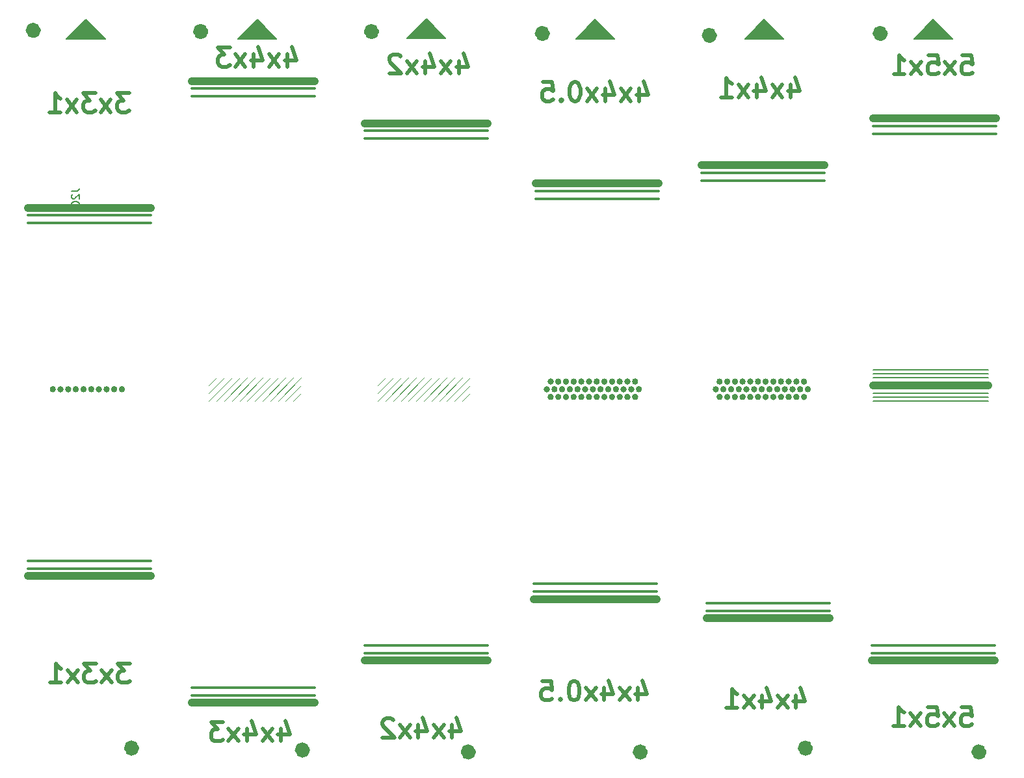
<source format=gbr>
%TF.GenerationSoftware,KiCad,Pcbnew,(6.0.5)*%
%TF.CreationDate,2022-07-17T18:42:08+02:00*%
%TF.ProjectId,clarinoid-devboard,636c6172-696e-46f6-9964-2d646576626f,rev?*%
%TF.SameCoordinates,Original*%
%TF.FileFunction,Legend,Bot*%
%TF.FilePolarity,Positive*%
%FSLAX46Y46*%
G04 Gerber Fmt 4.6, Leading zero omitted, Abs format (unit mm)*
G04 Created by KiCad (PCBNEW (6.0.5)) date 2022-07-17 18:42:08*
%MOMM*%
%LPD*%
G01*
G04 APERTURE LIST*
%ADD10C,0.300000*%
%ADD11C,1.000000*%
%ADD12C,0.976388*%
%ADD13C,0.150000*%
%ADD14C,0.500000*%
%ADD15C,0.120000*%
%ADD16C,0.400000*%
%ADD17C,0.170000*%
%ADD18C,1.150000*%
%ADD19C,1.650000*%
%ADD20R,1.700000X1.700000*%
%ADD21O,1.700000X1.700000*%
%ADD22C,2.000000*%
%ADD23C,0.500000*%
%ADD24C,1.300000*%
%ADD25C,1.850000*%
%ADD26C,3.450000*%
%ADD27C,2.390000*%
%ADD28C,1.000000*%
%ADD29O,1.700000X2.800000*%
%ADD30C,6.200000*%
%ADD31C,0.800000*%
%ADD32C,6.400000*%
%ADD33C,0.650000*%
%ADD34O,1.000000X1.600000*%
%ADD35O,1.000000X2.100000*%
%ADD36R,1.600000X1.600000*%
%ADD37O,1.600000X1.600000*%
%ADD38C,1.800000*%
%ADD39R,1.650000X1.650000*%
%ADD40O,6.000000X3.000000*%
%ADD41C,1.200000*%
%ADD42C,1.600000*%
G04 APERTURE END LIST*
D10*
X291146880Y-54877499D02*
X307146880Y-54877499D01*
X313456880Y-49752499D02*
X329456880Y-49752499D01*
X285276804Y-109409034D02*
X269276804Y-109409034D01*
X263276804Y-117409034D02*
X247276804Y-117409034D01*
D11*
X285276804Y-110409034D02*
X269276804Y-110409034D01*
D10*
X219449304Y-105409034D02*
X203449304Y-105409034D01*
D12*
X327736110Y-130309034D02*
G75*
G03*
X327736110Y-130309034I-488194J0D01*
G01*
X261236110Y-130309034D02*
G75*
G03*
X261236110Y-130309034I-488194J0D01*
G01*
D10*
X313456880Y-48752499D02*
X329456880Y-48752499D01*
X224776804Y-44909034D02*
X240776804Y-44909034D01*
X291146880Y-55877499D02*
X307146880Y-55877499D01*
D12*
X226387498Y-36460422D02*
G75*
G03*
X226387498Y-36460422I-488194J0D01*
G01*
X248637498Y-36460422D02*
G75*
G03*
X248637498Y-36460422I-488194J0D01*
G01*
X314887498Y-36710422D02*
G75*
G03*
X314887498Y-36710422I-488194J0D01*
G01*
D13*
G36*
X257776804Y-37339034D02*
G01*
X252776804Y-37339034D01*
X255276804Y-34839034D01*
X257776804Y-37339034D01*
G37*
X257776804Y-37339034D02*
X252776804Y-37339034D01*
X255276804Y-34839034D01*
X257776804Y-37339034D01*
D10*
X247276804Y-49409034D02*
X263276804Y-49409034D01*
D12*
X239637498Y-130059034D02*
G75*
G03*
X239637498Y-130059034I-488194J0D01*
G01*
D10*
X307776804Y-110909034D02*
X291776804Y-110909034D01*
X203449304Y-60409034D02*
X219449304Y-60409034D01*
D11*
X203449304Y-59409034D02*
X219449304Y-59409034D01*
D10*
X329276804Y-116409034D02*
X313276804Y-116409034D01*
D13*
G36*
X213449304Y-37409034D02*
G01*
X208449304Y-37409034D01*
X210949304Y-34909034D01*
X213449304Y-37409034D01*
G37*
X213449304Y-37409034D02*
X208449304Y-37409034D01*
X210949304Y-34909034D01*
X213449304Y-37409034D01*
D11*
X313456880Y-47752499D02*
X329456880Y-47752499D01*
D10*
X240776804Y-121909034D02*
X224776804Y-121909034D01*
X263276804Y-116409034D02*
X247276804Y-116409034D01*
X219449304Y-106409034D02*
X203449304Y-106409034D01*
D11*
X240776804Y-123909034D02*
X224776804Y-123909034D01*
D13*
G36*
X301776804Y-37409034D02*
G01*
X296776804Y-37409034D01*
X299276804Y-34909034D01*
X301776804Y-37409034D01*
G37*
X301776804Y-37409034D02*
X296776804Y-37409034D01*
X299276804Y-34909034D01*
X301776804Y-37409034D01*
D12*
X283637498Y-130309034D02*
G75*
G03*
X283637498Y-130309034I-488194J0D01*
G01*
D11*
X291146880Y-53877499D02*
X307146880Y-53877499D01*
D13*
G36*
X323776804Y-37409034D02*
G01*
X318776804Y-37409034D01*
X321276804Y-34909034D01*
X323776804Y-37409034D01*
G37*
X323776804Y-37409034D02*
X318776804Y-37409034D01*
X321276804Y-34909034D01*
X323776804Y-37409034D01*
D11*
X224776804Y-42909034D02*
X240776804Y-42909034D01*
D10*
X269499880Y-57268499D02*
X285499880Y-57268499D01*
D12*
X305137498Y-129809034D02*
G75*
G03*
X305137498Y-129809034I-488194J0D01*
G01*
D10*
X203449304Y-61409034D02*
X219449304Y-61409034D01*
X329276804Y-117409034D02*
X313276804Y-117409034D01*
D12*
X217387498Y-129809034D02*
G75*
G03*
X217387498Y-129809034I-488194J0D01*
G01*
D11*
X247276804Y-48409034D02*
X263276804Y-48409034D01*
D10*
X285276804Y-108409034D02*
X269276804Y-108409034D01*
D12*
X270887498Y-36710422D02*
G75*
G03*
X270887498Y-36710422I-488194J0D01*
G01*
D11*
X219449304Y-107409034D02*
X203449304Y-107409034D01*
D10*
X224776804Y-43909034D02*
X240776804Y-43909034D01*
X307776804Y-111909034D02*
X291776804Y-111909034D01*
X240776804Y-122909034D02*
X224776804Y-122909034D01*
D13*
G36*
X279776804Y-37409034D02*
G01*
X274776804Y-37409034D01*
X277276804Y-34909034D01*
X279776804Y-37409034D01*
G37*
X279776804Y-37409034D02*
X274776804Y-37409034D01*
X277276804Y-34909034D01*
X279776804Y-37409034D01*
D12*
X204587498Y-36309034D02*
G75*
G03*
X204587498Y-36309034I-488194J0D01*
G01*
D10*
X269499880Y-58268499D02*
X285499880Y-58268499D01*
D11*
X307776804Y-112909034D02*
X291776804Y-112909034D01*
X269499880Y-56268499D02*
X285499880Y-56268499D01*
D13*
G36*
X235776804Y-37409034D02*
G01*
X230776804Y-37409034D01*
X233276804Y-34909034D01*
X235776804Y-37409034D01*
G37*
X235776804Y-37409034D02*
X230776804Y-37409034D01*
X233276804Y-34909034D01*
X235776804Y-37409034D01*
D12*
X292637498Y-36960422D02*
G75*
G03*
X292637498Y-36960422I-488194J0D01*
G01*
D10*
X247276804Y-50409034D02*
X263276804Y-50409034D01*
D11*
X263276804Y-118409034D02*
X247276804Y-118409034D01*
X329276804Y-118409034D02*
X313276804Y-118409034D01*
D14*
X258639299Y-126772854D02*
X258639299Y-128439521D01*
X259234537Y-125820473D02*
X259829775Y-127606188D01*
X258282156Y-127606188D01*
X257567870Y-128439521D02*
X256258347Y-126772854D01*
X257567870Y-126772854D02*
X256258347Y-128439521D01*
X254234537Y-126772854D02*
X254234537Y-128439521D01*
X254829775Y-125820473D02*
X255425013Y-127606188D01*
X253877394Y-127606188D01*
X253163108Y-128439521D02*
X251853585Y-126772854D01*
X253163108Y-126772854D02*
X251853585Y-128439521D01*
X251020251Y-126177616D02*
X250901204Y-126058569D01*
X250663108Y-125939521D01*
X250067870Y-125939521D01*
X249829775Y-126058569D01*
X249710728Y-126177616D01*
X249591680Y-126415711D01*
X249591680Y-126653807D01*
X249710728Y-127010949D01*
X251139299Y-128439521D01*
X249591680Y-128439521D01*
X303435299Y-122904854D02*
X303435299Y-124571521D01*
X304030537Y-121952473D02*
X304625775Y-123738188D01*
X303078156Y-123738188D01*
X302363870Y-124571521D02*
X301054347Y-122904854D01*
X302363870Y-122904854D02*
X301054347Y-124571521D01*
X299030537Y-122904854D02*
X299030537Y-124571521D01*
X299625775Y-121952473D02*
X300221013Y-123738188D01*
X298673394Y-123738188D01*
X297959108Y-124571521D02*
X296649585Y-122904854D01*
X297959108Y-122904854D02*
X296649585Y-124571521D01*
X294387680Y-124571521D02*
X295816251Y-124571521D01*
X295101966Y-124571521D02*
X295101966Y-122071521D01*
X295340061Y-122428664D01*
X295578156Y-122666759D01*
X295816251Y-122785807D01*
X216687399Y-118789986D02*
X215139780Y-118789986D01*
X215973113Y-119742367D01*
X215615970Y-119742367D01*
X215377875Y-119861414D01*
X215258827Y-119980462D01*
X215139780Y-120218557D01*
X215139780Y-120813795D01*
X215258827Y-121051891D01*
X215377875Y-121170938D01*
X215615970Y-121289986D01*
X216330256Y-121289986D01*
X216568351Y-121170938D01*
X216687399Y-121051891D01*
X214306446Y-121289986D02*
X212996923Y-119623319D01*
X214306446Y-119623319D02*
X212996923Y-121289986D01*
X212282637Y-118789986D02*
X210735018Y-118789986D01*
X211568351Y-119742367D01*
X211211208Y-119742367D01*
X210973113Y-119861414D01*
X210854065Y-119980462D01*
X210735018Y-120218557D01*
X210735018Y-120813795D01*
X210854065Y-121051891D01*
X210973113Y-121170938D01*
X211211208Y-121289986D01*
X211925494Y-121289986D01*
X212163589Y-121170938D01*
X212282637Y-121051891D01*
X209901684Y-121289986D02*
X208592161Y-119623319D01*
X209901684Y-119623319D02*
X208592161Y-121289986D01*
X206330256Y-121289986D02*
X207758827Y-121289986D01*
X207044542Y-121289986D02*
X207044542Y-118789986D01*
X207282637Y-119147129D01*
X207520732Y-119385224D01*
X207758827Y-119504272D01*
X259539299Y-40272854D02*
X259539299Y-41939521D01*
X260134537Y-39320473D02*
X260729775Y-41106188D01*
X259182156Y-41106188D01*
X258467870Y-41939521D02*
X257158347Y-40272854D01*
X258467870Y-40272854D02*
X257158347Y-41939521D01*
X255134537Y-40272854D02*
X255134537Y-41939521D01*
X255729775Y-39320473D02*
X256325013Y-41106188D01*
X254777394Y-41106188D01*
X254063108Y-41939521D02*
X252753585Y-40272854D01*
X254063108Y-40272854D02*
X252753585Y-41939521D01*
X251920251Y-39677616D02*
X251801204Y-39558569D01*
X251563108Y-39439521D01*
X250967870Y-39439521D01*
X250729775Y-39558569D01*
X250610728Y-39677616D01*
X250491680Y-39915711D01*
X250491680Y-40153807D01*
X250610728Y-40510949D01*
X252039299Y-41939521D01*
X250491680Y-41939521D01*
X236319299Y-127233854D02*
X236319299Y-128900521D01*
X236914537Y-126281473D02*
X237509775Y-128067188D01*
X235962156Y-128067188D01*
X235247870Y-128900521D02*
X233938347Y-127233854D01*
X235247870Y-127233854D02*
X233938347Y-128900521D01*
X231914537Y-127233854D02*
X231914537Y-128900521D01*
X232509775Y-126281473D02*
X233105013Y-128067188D01*
X231557394Y-128067188D01*
X230843108Y-128900521D02*
X229533585Y-127233854D01*
X230843108Y-127233854D02*
X229533585Y-128900521D01*
X228819299Y-126400521D02*
X227271680Y-126400521D01*
X228105013Y-127352902D01*
X227747870Y-127352902D01*
X227509775Y-127471949D01*
X227390728Y-127590997D01*
X227271680Y-127829092D01*
X227271680Y-128424330D01*
X227390728Y-128662426D01*
X227509775Y-128781473D01*
X227747870Y-128900521D01*
X228462156Y-128900521D01*
X228700251Y-128781473D01*
X228819299Y-128662426D01*
X282868013Y-121913854D02*
X282868013Y-123580521D01*
X283463251Y-120961473D02*
X284058489Y-122747188D01*
X282510870Y-122747188D01*
X281796585Y-123580521D02*
X280487061Y-121913854D01*
X281796585Y-121913854D02*
X280487061Y-123580521D01*
X278463251Y-121913854D02*
X278463251Y-123580521D01*
X279058489Y-120961473D02*
X279653728Y-122747188D01*
X278106108Y-122747188D01*
X277391823Y-123580521D02*
X276082299Y-121913854D01*
X277391823Y-121913854D02*
X276082299Y-123580521D01*
X274653728Y-121080521D02*
X274415632Y-121080521D01*
X274177537Y-121199569D01*
X274058489Y-121318616D01*
X273939442Y-121556711D01*
X273820394Y-122032902D01*
X273820394Y-122628140D01*
X273939442Y-123104330D01*
X274058489Y-123342426D01*
X274177537Y-123461473D01*
X274415632Y-123580521D01*
X274653728Y-123580521D01*
X274891823Y-123461473D01*
X275010870Y-123342426D01*
X275129918Y-123104330D01*
X275248966Y-122628140D01*
X275248966Y-122032902D01*
X275129918Y-121556711D01*
X275010870Y-121318616D01*
X274891823Y-121199569D01*
X274653728Y-121080521D01*
X272748966Y-123342426D02*
X272629918Y-123461473D01*
X272748966Y-123580521D01*
X272868013Y-123461473D01*
X272748966Y-123342426D01*
X272748966Y-123580521D01*
X270368013Y-121080521D02*
X271558489Y-121080521D01*
X271677537Y-122270997D01*
X271558489Y-122151949D01*
X271320394Y-122032902D01*
X270725156Y-122032902D01*
X270487061Y-122151949D01*
X270368013Y-122270997D01*
X270248966Y-122509092D01*
X270248966Y-123104330D01*
X270368013Y-123342426D01*
X270487061Y-123461473D01*
X270725156Y-123580521D01*
X271320394Y-123580521D01*
X271558489Y-123461473D01*
X271677537Y-123342426D01*
X325006251Y-124439986D02*
X326196728Y-124439986D01*
X326315775Y-125630462D01*
X326196728Y-125511414D01*
X325958632Y-125392367D01*
X325363394Y-125392367D01*
X325125299Y-125511414D01*
X325006251Y-125630462D01*
X324887204Y-125868557D01*
X324887204Y-126463795D01*
X325006251Y-126701891D01*
X325125299Y-126820938D01*
X325363394Y-126939986D01*
X325958632Y-126939986D01*
X326196728Y-126820938D01*
X326315775Y-126701891D01*
X324053870Y-126939986D02*
X322744347Y-125273319D01*
X324053870Y-125273319D02*
X322744347Y-126939986D01*
X320601489Y-124439986D02*
X321791966Y-124439986D01*
X321911013Y-125630462D01*
X321791966Y-125511414D01*
X321553870Y-125392367D01*
X320958632Y-125392367D01*
X320720537Y-125511414D01*
X320601489Y-125630462D01*
X320482442Y-125868557D01*
X320482442Y-126463795D01*
X320601489Y-126701891D01*
X320720537Y-126820938D01*
X320958632Y-126939986D01*
X321553870Y-126939986D01*
X321791966Y-126820938D01*
X321911013Y-126701891D01*
X319649108Y-126939986D02*
X318339585Y-125273319D01*
X319649108Y-125273319D02*
X318339585Y-126939986D01*
X316077680Y-126939986D02*
X317506251Y-126939986D01*
X316791966Y-126939986D02*
X316791966Y-124439986D01*
X317030061Y-124797129D01*
X317268156Y-125035224D01*
X317506251Y-125154272D01*
X325086327Y-39539986D02*
X326276804Y-39539986D01*
X326395851Y-40730462D01*
X326276804Y-40611414D01*
X326038708Y-40492367D01*
X325443470Y-40492367D01*
X325205375Y-40611414D01*
X325086327Y-40730462D01*
X324967280Y-40968557D01*
X324967280Y-41563795D01*
X325086327Y-41801891D01*
X325205375Y-41920938D01*
X325443470Y-42039986D01*
X326038708Y-42039986D01*
X326276804Y-41920938D01*
X326395851Y-41801891D01*
X324133946Y-42039986D02*
X322824423Y-40373319D01*
X324133946Y-40373319D02*
X322824423Y-42039986D01*
X320681565Y-39539986D02*
X321872042Y-39539986D01*
X321991089Y-40730462D01*
X321872042Y-40611414D01*
X321633946Y-40492367D01*
X321038708Y-40492367D01*
X320800613Y-40611414D01*
X320681565Y-40730462D01*
X320562518Y-40968557D01*
X320562518Y-41563795D01*
X320681565Y-41801891D01*
X320800613Y-41920938D01*
X321038708Y-42039986D01*
X321633946Y-42039986D01*
X321872042Y-41920938D01*
X321991089Y-41801891D01*
X319729184Y-42039986D02*
X318419661Y-40373319D01*
X319729184Y-40373319D02*
X318419661Y-42039986D01*
X316157756Y-42039986D02*
X317586327Y-42039986D01*
X316872042Y-42039986D02*
X316872042Y-39539986D01*
X317110137Y-39897129D01*
X317348232Y-40135224D01*
X317586327Y-40254272D01*
X302705375Y-43373319D02*
X302705375Y-45039986D01*
X303300613Y-42420938D02*
X303895851Y-44206653D01*
X302348232Y-44206653D01*
X301633946Y-45039986D02*
X300324423Y-43373319D01*
X301633946Y-43373319D02*
X300324423Y-45039986D01*
X298300613Y-43373319D02*
X298300613Y-45039986D01*
X298895851Y-42420938D02*
X299491089Y-44206653D01*
X297943470Y-44206653D01*
X297229184Y-45039986D02*
X295919661Y-43373319D01*
X297229184Y-43373319D02*
X295919661Y-45039986D01*
X293657756Y-45039986D02*
X295086327Y-45039986D01*
X294372042Y-45039986D02*
X294372042Y-42539986D01*
X294610137Y-42897129D01*
X294848232Y-43135224D01*
X295086327Y-43254272D01*
X237205375Y-39373319D02*
X237205375Y-41039986D01*
X237800613Y-38420938D02*
X238395851Y-40206653D01*
X236848232Y-40206653D01*
X236133946Y-41039986D02*
X234824423Y-39373319D01*
X236133946Y-39373319D02*
X234824423Y-41039986D01*
X232800613Y-39373319D02*
X232800613Y-41039986D01*
X233395851Y-38420938D02*
X233991089Y-40206653D01*
X232443470Y-40206653D01*
X231729184Y-41039986D02*
X230419661Y-39373319D01*
X231729184Y-39373319D02*
X230419661Y-41039986D01*
X229705375Y-38539986D02*
X228157756Y-38539986D01*
X228991089Y-39492367D01*
X228633946Y-39492367D01*
X228395851Y-39611414D01*
X228276804Y-39730462D01*
X228157756Y-39968557D01*
X228157756Y-40563795D01*
X228276804Y-40801891D01*
X228395851Y-40920938D01*
X228633946Y-41039986D01*
X229348232Y-41039986D01*
X229586327Y-40920938D01*
X229705375Y-40801891D01*
X216587399Y-44489986D02*
X215039780Y-44489986D01*
X215873113Y-45442367D01*
X215515970Y-45442367D01*
X215277875Y-45561414D01*
X215158827Y-45680462D01*
X215039780Y-45918557D01*
X215039780Y-46513795D01*
X215158827Y-46751891D01*
X215277875Y-46870938D01*
X215515970Y-46989986D01*
X216230256Y-46989986D01*
X216468351Y-46870938D01*
X216587399Y-46751891D01*
X214206446Y-46989986D02*
X212896923Y-45323319D01*
X214206446Y-45323319D02*
X212896923Y-46989986D01*
X212182637Y-44489986D02*
X210635018Y-44489986D01*
X211468351Y-45442367D01*
X211111208Y-45442367D01*
X210873113Y-45561414D01*
X210754065Y-45680462D01*
X210635018Y-45918557D01*
X210635018Y-46513795D01*
X210754065Y-46751891D01*
X210873113Y-46870938D01*
X211111208Y-46989986D01*
X211825494Y-46989986D01*
X212063589Y-46870938D01*
X212182637Y-46751891D01*
X209801684Y-46989986D02*
X208492161Y-45323319D01*
X209801684Y-45323319D02*
X208492161Y-46989986D01*
X206230256Y-46989986D02*
X207658827Y-46989986D01*
X206944542Y-46989986D02*
X206944542Y-44489986D01*
X207182637Y-44847129D01*
X207420732Y-45085224D01*
X207658827Y-45204272D01*
X282991089Y-43873319D02*
X282991089Y-45539986D01*
X283586327Y-42920938D02*
X284181565Y-44706653D01*
X282633946Y-44706653D01*
X281919661Y-45539986D02*
X280610137Y-43873319D01*
X281919661Y-43873319D02*
X280610137Y-45539986D01*
X278586327Y-43873319D02*
X278586327Y-45539986D01*
X279181565Y-42920938D02*
X279776804Y-44706653D01*
X278229184Y-44706653D01*
X277514899Y-45539986D02*
X276205375Y-43873319D01*
X277514899Y-43873319D02*
X276205375Y-45539986D01*
X274776804Y-43039986D02*
X274538708Y-43039986D01*
X274300613Y-43159034D01*
X274181565Y-43278081D01*
X274062518Y-43516176D01*
X273943470Y-43992367D01*
X273943470Y-44587605D01*
X274062518Y-45063795D01*
X274181565Y-45301891D01*
X274300613Y-45420938D01*
X274538708Y-45539986D01*
X274776804Y-45539986D01*
X275014899Y-45420938D01*
X275133946Y-45301891D01*
X275252994Y-45063795D01*
X275372042Y-44587605D01*
X275372042Y-43992367D01*
X275252994Y-43516176D01*
X275133946Y-43278081D01*
X275014899Y-43159034D01*
X274776804Y-43039986D01*
X272872042Y-45301891D02*
X272752994Y-45420938D01*
X272872042Y-45539986D01*
X272991089Y-45420938D01*
X272872042Y-45301891D01*
X272872042Y-45539986D01*
X270491089Y-43039986D02*
X271681565Y-43039986D01*
X271800613Y-44230462D01*
X271681565Y-44111414D01*
X271443470Y-43992367D01*
X270848232Y-43992367D01*
X270610137Y-44111414D01*
X270491089Y-44230462D01*
X270372042Y-44468557D01*
X270372042Y-45063795D01*
X270491089Y-45301891D01*
X270610137Y-45420938D01*
X270848232Y-45539986D01*
X271443470Y-45539986D01*
X271681565Y-45420938D01*
X271800613Y-45301891D01*
D13*
%TO.C,J20*%
X209101684Y-57249510D02*
X209815970Y-57249510D01*
X209958827Y-57201891D01*
X210054065Y-57106653D01*
X210101684Y-56963795D01*
X210101684Y-56868557D01*
X209196923Y-57678081D02*
X209149304Y-57725700D01*
X209101684Y-57820938D01*
X209101684Y-58059034D01*
X209149304Y-58154272D01*
X209196923Y-58201891D01*
X209292161Y-58249510D01*
X209387399Y-58249510D01*
X209530256Y-58201891D01*
X210101684Y-57630462D01*
X210101684Y-58249510D01*
X209101684Y-58868557D02*
X209101684Y-58963795D01*
X209149304Y-59059034D01*
X209196923Y-59106653D01*
X209292161Y-59154272D01*
X209482637Y-59201891D01*
X209720732Y-59201891D01*
X209911208Y-59154272D01*
X210006446Y-59106653D01*
X210054065Y-59059034D01*
X210101684Y-58963795D01*
X210101684Y-58868557D01*
X210054065Y-58773319D01*
X210006446Y-58725700D01*
X209911208Y-58678081D01*
X209720732Y-58630462D01*
X209482637Y-58630462D01*
X209292161Y-58678081D01*
X209196923Y-58725700D01*
X209149304Y-58773319D01*
X209101684Y-58868557D01*
D15*
%TO.C,J16*%
X255976804Y-84559034D02*
X258976804Y-81559034D01*
X251976804Y-84559034D02*
X254976804Y-81559034D01*
X260976804Y-82559034D02*
X258976804Y-84559034D01*
X259976804Y-81559034D02*
X256976804Y-84559034D01*
X250976804Y-84559034D02*
X253976804Y-81559034D01*
X248976804Y-84559034D02*
X251976804Y-81559034D01*
X250976804Y-81559034D02*
X248976804Y-83559034D01*
X252976804Y-81559034D02*
X249976804Y-84559034D01*
X257976804Y-84559034D02*
X260976804Y-81559034D01*
X248976804Y-82559034D02*
X249976804Y-81559034D01*
X255976804Y-81559034D02*
X252976804Y-84559034D01*
X253976804Y-84559034D02*
X256976804Y-81559034D01*
X257976804Y-81559034D02*
X254976804Y-84559034D01*
X259976804Y-84559034D02*
X260976804Y-83559034D01*
%TO.C,J23*%
D16*
X272676804Y-82059034D02*
G75*
G03*
X272676804Y-82059034I-200000J0D01*
G01*
X274676804Y-84059034D02*
G75*
G03*
X274676804Y-84059034I-200000J0D01*
G01*
X273676804Y-84059034D02*
G75*
G03*
X273676804Y-84059034I-200000J0D01*
G01*
X278176804Y-83059034D02*
G75*
G03*
X278176804Y-83059034I-200000J0D01*
G01*
X280676804Y-84059034D02*
G75*
G03*
X280676804Y-84059034I-200000J0D01*
G01*
X276176804Y-83059034D02*
G75*
G03*
X276176804Y-83059034I-200000J0D01*
G01*
X275676804Y-84059034D02*
G75*
G03*
X275676804Y-84059034I-200000J0D01*
G01*
X282676804Y-82059034D02*
G75*
G03*
X282676804Y-82059034I-200000J0D01*
G01*
X278676804Y-82059034D02*
G75*
G03*
X278676804Y-82059034I-200000J0D01*
G01*
X271676804Y-84059034D02*
G75*
G03*
X271676804Y-84059034I-200000J0D01*
G01*
X279676804Y-82059034D02*
G75*
G03*
X279676804Y-82059034I-200000J0D01*
G01*
X279176804Y-83059034D02*
G75*
G03*
X279176804Y-83059034I-200000J0D01*
G01*
X281176804Y-83059034D02*
G75*
G03*
X281176804Y-83059034I-200000J0D01*
G01*
X279676804Y-84059034D02*
G75*
G03*
X279676804Y-84059034I-200000J0D01*
G01*
X276676804Y-84059034D02*
G75*
G03*
X276676804Y-84059034I-200000J0D01*
G01*
X280676804Y-82059034D02*
G75*
G03*
X280676804Y-82059034I-200000J0D01*
G01*
X277676804Y-82059034D02*
G75*
G03*
X277676804Y-82059034I-200000J0D01*
G01*
X280176804Y-83059034D02*
G75*
G03*
X280176804Y-83059034I-200000J0D01*
G01*
X274176804Y-83059034D02*
G75*
G03*
X274176804Y-83059034I-200000J0D01*
G01*
X281676804Y-84059034D02*
G75*
G03*
X281676804Y-84059034I-200000J0D01*
G01*
X273176804Y-83059034D02*
G75*
G03*
X273176804Y-83059034I-200000J0D01*
G01*
X272676804Y-84059034D02*
G75*
G03*
X272676804Y-84059034I-200000J0D01*
G01*
X275176804Y-83059034D02*
G75*
G03*
X275176804Y-83059034I-200000J0D01*
G01*
X282176804Y-83059034D02*
G75*
G03*
X282176804Y-83059034I-200000J0D01*
G01*
X282676804Y-84059034D02*
G75*
G03*
X282676804Y-84059034I-200000J0D01*
G01*
X278676804Y-84059034D02*
G75*
G03*
X278676804Y-84059034I-200000J0D01*
G01*
X276676804Y-82059034D02*
G75*
G03*
X276676804Y-82059034I-200000J0D01*
G01*
X273676804Y-82059034D02*
G75*
G03*
X273676804Y-82059034I-200000J0D01*
G01*
X281676804Y-82059034D02*
G75*
G03*
X281676804Y-82059034I-200000J0D01*
G01*
X274676804Y-82059034D02*
G75*
G03*
X274676804Y-82059034I-200000J0D01*
G01*
X271676804Y-82059034D02*
G75*
G03*
X271676804Y-82059034I-200000J0D01*
G01*
X271176804Y-83059034D02*
G75*
G03*
X271176804Y-83059034I-200000J0D01*
G01*
X277676804Y-84059034D02*
G75*
G03*
X277676804Y-84059034I-200000J0D01*
G01*
X277176804Y-83059034D02*
G75*
G03*
X277176804Y-83059034I-200000J0D01*
G01*
X275676804Y-82059034D02*
G75*
G03*
X275676804Y-82059034I-200000J0D01*
G01*
X283176804Y-83059034D02*
G75*
G03*
X283176804Y-83059034I-200000J0D01*
G01*
X272176804Y-83059034D02*
G75*
G03*
X272176804Y-83059034I-200000J0D01*
G01*
D17*
%TO.C,J28*%
X328476804Y-83559034D02*
X313476804Y-83559034D01*
X328476804Y-84059034D02*
X313476804Y-84059034D01*
X328476804Y-81559034D02*
X313476804Y-81559034D01*
X328476804Y-81059034D02*
X313476804Y-81059034D01*
D11*
X328476804Y-82559034D02*
X313476804Y-82559034D01*
D17*
X328476804Y-84559034D02*
X313476804Y-84559034D01*
X328476804Y-80559034D02*
X313476804Y-80559034D01*
%TO.C,J20*%
D16*
X212849304Y-83059034D02*
G75*
G03*
X212849304Y-83059034I-200000J0D01*
G01*
X213849304Y-83059034D02*
G75*
G03*
X213849304Y-83059034I-200000J0D01*
G01*
X214849304Y-83059034D02*
G75*
G03*
X214849304Y-83059034I-200000J0D01*
G01*
X215849304Y-83059034D02*
G75*
G03*
X215849304Y-83059034I-200000J0D01*
G01*
X206849304Y-83059034D02*
G75*
G03*
X206849304Y-83059034I-200000J0D01*
G01*
X209849304Y-83059034D02*
G75*
G03*
X209849304Y-83059034I-200000J0D01*
G01*
X211849304Y-83059034D02*
G75*
G03*
X211849304Y-83059034I-200000J0D01*
G01*
X210849304Y-83059034D02*
G75*
G03*
X210849304Y-83059034I-200000J0D01*
G01*
X208849304Y-83059034D02*
G75*
G03*
X208849304Y-83059034I-200000J0D01*
G01*
X207849304Y-83059034D02*
G75*
G03*
X207849304Y-83059034I-200000J0D01*
G01*
D15*
%TO.C,J22*%
X237976804Y-81559034D02*
X234976804Y-84559034D01*
X229976804Y-84559034D02*
X232976804Y-81559034D01*
X226976804Y-82559034D02*
X227976804Y-81559034D01*
X233976804Y-84559034D02*
X236976804Y-81559034D01*
X228976804Y-81559034D02*
X226976804Y-83559034D01*
X235976804Y-81559034D02*
X232976804Y-84559034D01*
X226976804Y-84559034D02*
X229976804Y-81559034D01*
X237976804Y-84559034D02*
X238976804Y-83559034D01*
X231976804Y-84559034D02*
X234976804Y-81559034D01*
X238976804Y-82559034D02*
X236976804Y-84559034D01*
X233976804Y-81559034D02*
X230976804Y-84559034D01*
X228976804Y-84559034D02*
X231976804Y-81559034D01*
X230976804Y-81559034D02*
X227976804Y-84559034D01*
X235976804Y-84559034D02*
X238976804Y-81559034D01*
%TO.C,J29*%
D16*
X293676804Y-82059034D02*
G75*
G03*
X293676804Y-82059034I-200000J0D01*
G01*
X293176804Y-83059034D02*
G75*
G03*
X293176804Y-83059034I-200000J0D01*
G01*
X302676804Y-84059034D02*
G75*
G03*
X302676804Y-84059034I-200000J0D01*
G01*
X302676804Y-82059034D02*
G75*
G03*
X302676804Y-82059034I-200000J0D01*
G01*
X296676804Y-82059034D02*
G75*
G03*
X296676804Y-82059034I-200000J0D01*
G01*
X298176804Y-83059034D02*
G75*
G03*
X298176804Y-83059034I-200000J0D01*
G01*
X295676804Y-84059034D02*
G75*
G03*
X295676804Y-84059034I-200000J0D01*
G01*
X304176804Y-83059034D02*
G75*
G03*
X304176804Y-83059034I-200000J0D01*
G01*
X300676804Y-84059034D02*
G75*
G03*
X300676804Y-84059034I-200000J0D01*
G01*
X296676804Y-84059034D02*
G75*
G03*
X296676804Y-84059034I-200000J0D01*
G01*
X296176804Y-83059034D02*
G75*
G03*
X296176804Y-83059034I-200000J0D01*
G01*
X304676804Y-82059034D02*
G75*
G03*
X304676804Y-82059034I-200000J0D01*
G01*
X297176804Y-83059034D02*
G75*
G03*
X297176804Y-83059034I-200000J0D01*
G01*
X300176804Y-83059034D02*
G75*
G03*
X300176804Y-83059034I-200000J0D01*
G01*
X304676804Y-84059034D02*
G75*
G03*
X304676804Y-84059034I-200000J0D01*
G01*
X299676804Y-84059034D02*
G75*
G03*
X299676804Y-84059034I-200000J0D01*
G01*
X301676804Y-84059034D02*
G75*
G03*
X301676804Y-84059034I-200000J0D01*
G01*
X303176804Y-83059034D02*
G75*
G03*
X303176804Y-83059034I-200000J0D01*
G01*
X297676804Y-84059034D02*
G75*
G03*
X297676804Y-84059034I-200000J0D01*
G01*
X294176804Y-83059034D02*
G75*
G03*
X294176804Y-83059034I-200000J0D01*
G01*
X299676804Y-82059034D02*
G75*
G03*
X299676804Y-82059034I-200000J0D01*
G01*
X295176804Y-83059034D02*
G75*
G03*
X295176804Y-83059034I-200000J0D01*
G01*
X303676804Y-84059034D02*
G75*
G03*
X303676804Y-84059034I-200000J0D01*
G01*
X293676804Y-84059034D02*
G75*
G03*
X293676804Y-84059034I-200000J0D01*
G01*
X297676804Y-82059034D02*
G75*
G03*
X297676804Y-82059034I-200000J0D01*
G01*
X303676804Y-82059034D02*
G75*
G03*
X303676804Y-82059034I-200000J0D01*
G01*
X301176804Y-83059034D02*
G75*
G03*
X301176804Y-83059034I-200000J0D01*
G01*
X298676804Y-82059034D02*
G75*
G03*
X298676804Y-82059034I-200000J0D01*
G01*
X299176804Y-83059034D02*
G75*
G03*
X299176804Y-83059034I-200000J0D01*
G01*
X305176804Y-83059034D02*
G75*
G03*
X305176804Y-83059034I-200000J0D01*
G01*
X302176804Y-83059034D02*
G75*
G03*
X302176804Y-83059034I-200000J0D01*
G01*
X301676804Y-82059034D02*
G75*
G03*
X301676804Y-82059034I-200000J0D01*
G01*
X294676804Y-84059034D02*
G75*
G03*
X294676804Y-84059034I-200000J0D01*
G01*
X298676804Y-84059034D02*
G75*
G03*
X298676804Y-84059034I-200000J0D01*
G01*
X300676804Y-82059034D02*
G75*
G03*
X300676804Y-82059034I-200000J0D01*
G01*
X294676804Y-82059034D02*
G75*
G03*
X294676804Y-82059034I-200000J0D01*
G01*
X295676804Y-82059034D02*
G75*
G03*
X295676804Y-82059034I-200000J0D01*
G01*
%TD*%
%LPC*%
D14*
X147275804Y-136095819D02*
X147561518Y-136238676D01*
X148132946Y-136238676D01*
X148418661Y-136095819D01*
X148561518Y-135952962D01*
X148704375Y-135667248D01*
X148704375Y-134810105D01*
X148561518Y-134524391D01*
X148418661Y-134381534D01*
X148132946Y-134238676D01*
X147561518Y-134238676D01*
X147275804Y-134381534D01*
X145561518Y-136238676D02*
X145847232Y-136095819D01*
X145990089Y-135810105D01*
X145990089Y-133238676D01*
X143132946Y-136238676D02*
X143132946Y-134667248D01*
X143275804Y-134381534D01*
X143561518Y-134238676D01*
X144132946Y-134238676D01*
X144418661Y-134381534D01*
X143132946Y-136095819D02*
X143418661Y-136238676D01*
X144132946Y-136238676D01*
X144418661Y-136095819D01*
X144561518Y-135810105D01*
X144561518Y-135524391D01*
X144418661Y-135238676D01*
X144132946Y-135095819D01*
X143418661Y-135095819D01*
X143132946Y-134952962D01*
X141704375Y-136238676D02*
X141704375Y-134238676D01*
X141704375Y-134810105D02*
X141561518Y-134524391D01*
X141418661Y-134381534D01*
X141132946Y-134238676D01*
X140847232Y-134238676D01*
X139847232Y-136238676D02*
X139847232Y-134238676D01*
X139847232Y-133238676D02*
X139990089Y-133381534D01*
X139847232Y-133524391D01*
X139704375Y-133381534D01*
X139847232Y-133238676D01*
X139847232Y-133524391D01*
X138418661Y-134238676D02*
X138418661Y-136238676D01*
X138418661Y-134524391D02*
X138275804Y-134381534D01*
X137990089Y-134238676D01*
X137561518Y-134238676D01*
X137275804Y-134381534D01*
X137132946Y-134667248D01*
X137132946Y-136238676D01*
X135275804Y-136238676D02*
X135561518Y-136095819D01*
X135704375Y-135952962D01*
X135847232Y-135667248D01*
X135847232Y-134810105D01*
X135704375Y-134524391D01*
X135561518Y-134381534D01*
X135275804Y-134238676D01*
X134847232Y-134238676D01*
X134561518Y-134381534D01*
X134418661Y-134524391D01*
X134275804Y-134810105D01*
X134275804Y-135667248D01*
X134418661Y-135952962D01*
X134561518Y-136095819D01*
X134847232Y-136238676D01*
X135275804Y-136238676D01*
X132990089Y-136238676D02*
X132990089Y-134238676D01*
X132990089Y-133238676D02*
X133132946Y-133381534D01*
X132990089Y-133524391D01*
X132847232Y-133381534D01*
X132990089Y-133238676D01*
X132990089Y-133524391D01*
X130275804Y-136238676D02*
X130275804Y-133238676D01*
X130275804Y-136095819D02*
X130561518Y-136238676D01*
X131132946Y-136238676D01*
X131418661Y-136095819D01*
X131561518Y-135952962D01*
X131704375Y-135667248D01*
X131704375Y-134810105D01*
X131561518Y-134524391D01*
X131418661Y-134381534D01*
X131132946Y-134238676D01*
X130561518Y-134238676D01*
X130275804Y-134381534D01*
X126990089Y-134238676D02*
X125847232Y-134238676D01*
X126561518Y-133238676D02*
X126561518Y-135810105D01*
X126418661Y-136095819D01*
X126132946Y-136238676D01*
X125847232Y-136238676D01*
X123704375Y-136095819D02*
X123990089Y-136238676D01*
X124561518Y-136238676D01*
X124847232Y-136095819D01*
X124990089Y-135810105D01*
X124990089Y-134667248D01*
X124847232Y-134381534D01*
X124561518Y-134238676D01*
X123990089Y-134238676D01*
X123704375Y-134381534D01*
X123561518Y-134667248D01*
X123561518Y-134952962D01*
X124990089Y-135238676D01*
X122418661Y-136095819D02*
X122132946Y-136238676D01*
X121561518Y-136238676D01*
X121275804Y-136095819D01*
X121132946Y-135810105D01*
X121132946Y-135667248D01*
X121275804Y-135381534D01*
X121561518Y-135238676D01*
X121990089Y-135238676D01*
X122275804Y-135095819D01*
X122418661Y-134810105D01*
X122418661Y-134667248D01*
X122275804Y-134381534D01*
X121990089Y-134238676D01*
X121561518Y-134238676D01*
X121275804Y-134381534D01*
X120275804Y-134238676D02*
X119132946Y-134238676D01*
X119847232Y-133238676D02*
X119847232Y-135810105D01*
X119704375Y-136095819D01*
X119418661Y-136238676D01*
X119132946Y-136238676D01*
X114561518Y-136238676D02*
X114561518Y-133238676D01*
X114561518Y-136095819D02*
X114847232Y-136238676D01*
X115418661Y-136238676D01*
X115704375Y-136095819D01*
X115847232Y-135952962D01*
X115990089Y-135667248D01*
X115990089Y-134810105D01*
X115847232Y-134524391D01*
X115704375Y-134381534D01*
X115418661Y-134238676D01*
X114847232Y-134238676D01*
X114561518Y-134381534D01*
X111990089Y-136095819D02*
X112275804Y-136238676D01*
X112847232Y-136238676D01*
X113132946Y-136095819D01*
X113275804Y-135810105D01*
X113275804Y-134667248D01*
X113132946Y-134381534D01*
X112847232Y-134238676D01*
X112275804Y-134238676D01*
X111990089Y-134381534D01*
X111847232Y-134667248D01*
X111847232Y-134952962D01*
X113275804Y-135238676D01*
X110847232Y-134238676D02*
X110132946Y-136238676D01*
X109418661Y-134238676D01*
X108275804Y-136238676D02*
X108275804Y-134238676D01*
X108275804Y-133238676D02*
X108418661Y-133381534D01*
X108275804Y-133524391D01*
X108132946Y-133381534D01*
X108275804Y-133238676D01*
X108275804Y-133524391D01*
X105561518Y-136095819D02*
X105847232Y-136238676D01*
X106418661Y-136238676D01*
X106704375Y-136095819D01*
X106847232Y-135952962D01*
X106990089Y-135667248D01*
X106990089Y-134810105D01*
X106847232Y-134524391D01*
X106704375Y-134381534D01*
X106418661Y-134238676D01*
X105847232Y-134238676D01*
X105561518Y-134381534D01*
X103132946Y-136095819D02*
X103418661Y-136238676D01*
X103990089Y-136238676D01*
X104275804Y-136095819D01*
X104418661Y-135810105D01*
X104418661Y-134667248D01*
X104275804Y-134381534D01*
X103990089Y-134238676D01*
X103418661Y-134238676D01*
X103132946Y-134381534D01*
X102990089Y-134667248D01*
X102990089Y-134952962D01*
X104418661Y-135238676D01*
X99561518Y-133524391D02*
X99418661Y-133381534D01*
X99132946Y-133238676D01*
X98418661Y-133238676D01*
X98132946Y-133381534D01*
X97990089Y-133524391D01*
X97847232Y-133810105D01*
X97847232Y-134095819D01*
X97990089Y-134524391D01*
X99704375Y-136238676D01*
X97847232Y-136238676D01*
D18*
%TO.C,U16*%
X152514304Y-71859034D03*
D19*
X152514304Y-51859034D03*
%TD*%
D20*
%TO.C,J15*%
X260676804Y-133059034D03*
D21*
X258136804Y-133059034D03*
X255596804Y-133059034D03*
X253056804Y-133059034D03*
X250516804Y-133059034D03*
X247976804Y-133059034D03*
%TD*%
D22*
%TO.C,TP7*%
X76376804Y-133959034D03*
%TD*%
D23*
%TO.C,U35*%
X242726804Y-128809034D03*
X242726804Y-129559034D03*
X242726804Y-131059034D03*
X245226804Y-128809034D03*
X242726804Y-130309034D03*
X245226804Y-130309034D03*
X245226804Y-131059034D03*
X245226804Y-129559034D03*
%TD*%
D20*
%TO.C,J7*%
X110976804Y-61059034D03*
D21*
X110976804Y-63599034D03*
%TD*%
D22*
%TO.C,TP4*%
X86676804Y-133959034D03*
%TD*%
D24*
%TO.C,SW10*%
X126116804Y-88464034D03*
X128656804Y-88464034D03*
X131196804Y-88464034D03*
X133736804Y-88464034D03*
X133736804Y-80844034D03*
X131196804Y-80844034D03*
X128656804Y-80844034D03*
X126116804Y-80844034D03*
%TD*%
D20*
%TO.C,J25*%
X326676804Y-133059034D03*
D21*
X324136804Y-133059034D03*
X321596804Y-133059034D03*
X319056804Y-133059034D03*
X316516804Y-133059034D03*
X313976804Y-133059034D03*
%TD*%
D20*
%TO.C,U2*%
X195026804Y-88379034D03*
D21*
X195026804Y-85839034D03*
X195026804Y-83299034D03*
X195026804Y-80759034D03*
X195026804Y-78219034D03*
X195026804Y-75679034D03*
X195026804Y-73139034D03*
X195026804Y-70599034D03*
X195026804Y-68059034D03*
X195026804Y-65519034D03*
X195026804Y-62979034D03*
X195026804Y-60439034D03*
X195026804Y-57899034D03*
X195026804Y-55359034D03*
X195026804Y-52819034D03*
X195026804Y-50279034D03*
X195026804Y-47739034D03*
X195026804Y-45199034D03*
X195026804Y-42659034D03*
X195026804Y-40119034D03*
%TD*%
D23*
%TO.C,U25*%
X308726804Y-130309034D03*
X311226804Y-131059034D03*
X311226804Y-130309034D03*
X308726804Y-128809034D03*
X308726804Y-129559034D03*
X311226804Y-129559034D03*
X308726804Y-131059034D03*
X311226804Y-128809034D03*
%TD*%
D20*
%TO.C,J21*%
X282676804Y-133059034D03*
D21*
X280136804Y-133059034D03*
X277596804Y-133059034D03*
X275056804Y-133059034D03*
X272516804Y-133059034D03*
X269976804Y-133059034D03*
%TD*%
D25*
%TO.C,SW4*%
X65476804Y-119059034D03*
X65476804Y-128059034D03*
D22*
X71726804Y-126059034D03*
X59226804Y-126059034D03*
X71726804Y-121059034D03*
X59226804Y-121059034D03*
%TD*%
D26*
%TO.C,BT1*%
X131576804Y-31059034D03*
X76376804Y-47059034D03*
D27*
X68046804Y-31059034D03*
%TD*%
D20*
%TO.C,J3*%
X184106804Y-115559034D03*
D21*
X186646804Y-115559034D03*
X189186804Y-115559034D03*
X191726804Y-115559034D03*
%TD*%
D28*
%TO.C,J30*%
X172480804Y-32046534D03*
X164480804Y-32046534D03*
%TD*%
D25*
%TO.C,SW3*%
X65476804Y-114559034D03*
X65476804Y-105559034D03*
D22*
X71726804Y-112559034D03*
X59226804Y-112559034D03*
X71726804Y-107559034D03*
X59226804Y-107559034D03*
%TD*%
D24*
%TO.C,SW8*%
X140116804Y-88464034D03*
X142656804Y-88464034D03*
X145196804Y-88464034D03*
X147736804Y-88464034D03*
X147736804Y-80844034D03*
X145196804Y-80844034D03*
X142656804Y-80844034D03*
X140116804Y-80844034D03*
%TD*%
D23*
%TO.C,U37*%
X286726804Y-35559034D03*
X286726804Y-36309034D03*
X289226804Y-34809034D03*
X289226804Y-37059034D03*
X289226804Y-36309034D03*
X286726804Y-37059034D03*
X286726804Y-34809034D03*
X289226804Y-35559034D03*
%TD*%
D29*
%TO.C,J10*%
X57176804Y-97559034D03*
X59626804Y-95559034D03*
X63326804Y-97559034D03*
X65226804Y-95559034D03*
X68976804Y-97559034D03*
%TD*%
D30*
%TO.C,H4*%
X172514304Y-65859034D03*
%TD*%
D31*
%TO.C,H2*%
X59279748Y-46361978D03*
X60976804Y-50459034D03*
X63376804Y-48059034D03*
X62673860Y-46361978D03*
X58576804Y-48059034D03*
X59279748Y-49756090D03*
X62673860Y-49756090D03*
D32*
X60976804Y-48059034D03*
D31*
X60976804Y-45659034D03*
%TD*%
D20*
%TO.C,J9*%
X204099304Y-33059034D03*
D21*
X206639304Y-33059034D03*
X209179304Y-33059034D03*
X211719304Y-33059034D03*
X214259304Y-33059034D03*
X216799304Y-33059034D03*
%TD*%
D31*
%TO.C,H1*%
X167276804Y-79859034D03*
D32*
X169676804Y-79859034D03*
D31*
X167979748Y-78161978D03*
X171373860Y-78161978D03*
X169676804Y-77459034D03*
X169676804Y-82259034D03*
X172076804Y-79859034D03*
X167979748Y-81556090D03*
X171373860Y-81556090D03*
%TD*%
D20*
%TO.C,J19*%
X269976804Y-33059034D03*
D21*
X272516804Y-33059034D03*
X275056804Y-33059034D03*
X277596804Y-33059034D03*
X280136804Y-33059034D03*
X282676804Y-33059034D03*
%TD*%
D23*
%TO.C,U27*%
X201226804Y-129559034D03*
X201226804Y-131059034D03*
X201226804Y-130309034D03*
X198726804Y-131059034D03*
X198726804Y-130309034D03*
X198726804Y-128809034D03*
X198726804Y-129559034D03*
X201226804Y-128809034D03*
%TD*%
D20*
%TO.C,J5*%
X137751804Y-114559034D03*
D21*
X137751804Y-112019034D03*
X137751804Y-109479034D03*
X137751804Y-106939034D03*
%TD*%
D33*
%TO.C,J2*%
X156167293Y-34364034D03*
X150387293Y-34364034D03*
D34*
X148957293Y-30684034D03*
D35*
X157597293Y-34864034D03*
X148957293Y-34864034D03*
D34*
X157597293Y-30684034D03*
%TD*%
D25*
%TO.C,SW2*%
X80976804Y-114559034D03*
X80976804Y-105559034D03*
D22*
X87226804Y-112559034D03*
X74726804Y-112559034D03*
X87226804Y-107559034D03*
X74726804Y-107559034D03*
%TD*%
%TO.C,TP3*%
X75985804Y-65899034D03*
%TD*%
D20*
%TO.C,U3*%
X179786804Y-88379034D03*
D21*
X179786804Y-85839034D03*
X179786804Y-83299034D03*
X179786804Y-80759034D03*
X179786804Y-78219034D03*
X179786804Y-75679034D03*
X179786804Y-73139034D03*
X179786804Y-70599034D03*
X179786804Y-68059034D03*
X179786804Y-65519034D03*
X179786804Y-62979034D03*
X179786804Y-60439034D03*
X179786804Y-57899034D03*
X179786804Y-55359034D03*
X179786804Y-52819034D03*
X179786804Y-50279034D03*
X179786804Y-47739034D03*
X179786804Y-45199034D03*
X179786804Y-42659034D03*
X179786804Y-40119034D03*
%TD*%
D20*
%TO.C,J13*%
X216899304Y-133059034D03*
D21*
X214359304Y-133059034D03*
X211819304Y-133059034D03*
X209279304Y-133059034D03*
X206739304Y-133059034D03*
X204199304Y-133059034D03*
%TD*%
D23*
%TO.C,U22*%
X264726804Y-131059034D03*
X264726804Y-129559034D03*
X267226804Y-128809034D03*
X267226804Y-130309034D03*
X267226804Y-129559034D03*
X267226804Y-131059034D03*
X264726804Y-130309034D03*
X264726804Y-128809034D03*
%TD*%
D22*
%TO.C,TP6*%
X96975804Y-75551534D03*
%TD*%
D20*
%TO.C,J24*%
X313976804Y-33059034D03*
D21*
X316516804Y-33059034D03*
X319056804Y-33059034D03*
X321596804Y-33059034D03*
X324136804Y-33059034D03*
X326676804Y-33059034D03*
%TD*%
D23*
%TO.C,U26*%
X201226804Y-37059034D03*
X201226804Y-36309034D03*
X198726804Y-37059034D03*
X201226804Y-34809034D03*
X198726804Y-36309034D03*
X198726804Y-34809034D03*
X198726804Y-35559034D03*
X201226804Y-35559034D03*
%TD*%
%TO.C,U30*%
X245226804Y-83309034D03*
X245226804Y-84059034D03*
X242726804Y-82559034D03*
X242726804Y-84059034D03*
X245226804Y-82559034D03*
X242726804Y-83309034D03*
X242726804Y-81809034D03*
X245226804Y-81809034D03*
%TD*%
%TO.C,U20*%
X308726804Y-83309034D03*
X311226804Y-81809034D03*
X311226804Y-83309034D03*
X308726804Y-84059034D03*
X308726804Y-81809034D03*
X311226804Y-82559034D03*
X308726804Y-82559034D03*
X311226804Y-84059034D03*
%TD*%
D20*
%TO.C,J18*%
X238676804Y-133059034D03*
D21*
X236136804Y-133059034D03*
X233596804Y-133059034D03*
X231056804Y-133059034D03*
X228516804Y-133059034D03*
X225976804Y-133059034D03*
%TD*%
D36*
%TO.C,U8*%
X86576804Y-100159034D03*
D37*
X86576804Y-97619034D03*
X86576804Y-95079034D03*
X86576804Y-92539034D03*
X78956804Y-92539034D03*
X78956804Y-95079034D03*
X78956804Y-97619034D03*
X78956804Y-100159034D03*
%TD*%
D38*
%TO.C,R13*%
X60976804Y-55459034D03*
X60976804Y-57959034D03*
X60976804Y-60459034D03*
X63476804Y-55459034D03*
X63476804Y-57959034D03*
X63476804Y-60459034D03*
X69726804Y-55459034D03*
X69726804Y-60459034D03*
%TD*%
D23*
%TO.C,U32*%
X223226804Y-83309034D03*
X223226804Y-84059034D03*
X220726804Y-83309034D03*
X223226804Y-82559034D03*
X220726804Y-84059034D03*
X223226804Y-81809034D03*
X220726804Y-82559034D03*
X220726804Y-81809034D03*
%TD*%
D20*
%TO.C,J17*%
X225976804Y-33059034D03*
D21*
X228516804Y-33059034D03*
X231056804Y-33059034D03*
X233596804Y-33059034D03*
X236136804Y-33059034D03*
X238676804Y-33059034D03*
%TD*%
D31*
%TO.C,H5*%
X177878748Y-134928590D03*
X181975804Y-133231534D03*
X181272860Y-134928590D03*
D32*
X179575804Y-133231534D03*
D31*
X177878748Y-131534478D03*
X179575804Y-130831534D03*
X179575804Y-135631534D03*
X177175804Y-133231534D03*
X181272860Y-131534478D03*
%TD*%
D22*
%TO.C,TP8*%
X76076804Y-69259034D03*
%TD*%
%TO.C,TP1*%
X65176804Y-134059034D03*
%TD*%
D20*
%TO.C,J4*%
X104436804Y-83859034D03*
D21*
X106976804Y-83859034D03*
X109516804Y-83859034D03*
X112056804Y-83859034D03*
X114596804Y-83859034D03*
X117136804Y-83859034D03*
X119676804Y-83859034D03*
%TD*%
D29*
%TO.C,J1*%
X57176804Y-73259034D03*
X59626804Y-71259034D03*
X63326804Y-73259034D03*
X65226804Y-71259034D03*
X68976804Y-73259034D03*
%TD*%
D20*
%TO.C,J26*%
X291976804Y-33059034D03*
D21*
X294516804Y-33059034D03*
X297056804Y-33059034D03*
X299596804Y-33059034D03*
X302136804Y-33059034D03*
X304676804Y-33059034D03*
%TD*%
D22*
%TO.C,TP5*%
X71676804Y-134059034D03*
%TD*%
D20*
%TO.C,J27*%
X304676804Y-133059034D03*
D21*
X302136804Y-133059034D03*
X299596804Y-133059034D03*
X297056804Y-133059034D03*
X294516804Y-133059034D03*
X291976804Y-133059034D03*
%TD*%
D20*
%TO.C,J12*%
X104536804Y-91659034D03*
D21*
X107076804Y-91659034D03*
X109616804Y-91659034D03*
X112156804Y-91659034D03*
X114696804Y-91659034D03*
X117236804Y-91659034D03*
X119776804Y-91659034D03*
%TD*%
D25*
%TO.C,SW5*%
X80976804Y-119059034D03*
X80976804Y-128059034D03*
D22*
X87226804Y-126059034D03*
X74726804Y-126059034D03*
X87226804Y-121059034D03*
X74726804Y-121059034D03*
%TD*%
D20*
%TO.C,J8*%
X193975804Y-135131534D03*
D21*
X193975804Y-132591534D03*
X193975804Y-130051534D03*
X193975804Y-127511534D03*
X193975804Y-124971534D03*
X193975804Y-122431534D03*
%TD*%
D24*
%TO.C,SW9*%
X128326804Y-59249034D03*
X125786804Y-59249034D03*
X123246804Y-59249034D03*
X120706804Y-59249034D03*
X118166804Y-59249034D03*
X115626804Y-59249034D03*
X115626804Y-66869034D03*
X118166804Y-66869034D03*
X120706804Y-66869034D03*
X123246804Y-66869034D03*
X125786804Y-66869034D03*
X128326804Y-66869034D03*
%TD*%
D29*
%TO.C,J11*%
X57162591Y-85409034D03*
X59612591Y-83409034D03*
X63312591Y-85409034D03*
X65212591Y-83409034D03*
X68962591Y-85409034D03*
%TD*%
D20*
%TO.C,J6*%
X93975804Y-122431534D03*
D21*
X93975804Y-124971534D03*
X93975804Y-127511534D03*
X93975804Y-130051534D03*
X93975804Y-132591534D03*
X93975804Y-135131534D03*
%TD*%
D20*
%TO.C,J14*%
X247976804Y-33059034D03*
D21*
X250516804Y-33059034D03*
X253056804Y-33059034D03*
X255596804Y-33059034D03*
X258136804Y-33059034D03*
X260676804Y-33059034D03*
%TD*%
D31*
%TO.C,H3*%
X113373860Y-113461978D03*
X109979748Y-116856090D03*
X114076804Y-115159034D03*
X109276804Y-115159034D03*
X109979748Y-113461978D03*
X111676804Y-112759034D03*
D32*
X111676804Y-115159034D03*
D31*
X113373860Y-116856090D03*
X111676804Y-117559034D03*
%TD*%
D23*
%TO.C,U36*%
X289226804Y-128809034D03*
X289226804Y-129559034D03*
X286726804Y-130309034D03*
X286726804Y-131059034D03*
X286726804Y-128809034D03*
X289226804Y-130309034D03*
X286726804Y-129559034D03*
X289226804Y-131059034D03*
%TD*%
%TO.C,U34*%
X223226804Y-34809034D03*
X223226804Y-36309034D03*
X223226804Y-37059034D03*
X223226804Y-35559034D03*
X220726804Y-35559034D03*
X220726804Y-37059034D03*
X220726804Y-34809034D03*
X220726804Y-36309034D03*
%TD*%
%TO.C,U21*%
X201226804Y-81809034D03*
X198726804Y-82559034D03*
X201226804Y-84059034D03*
X198726804Y-81809034D03*
X201226804Y-83309034D03*
X201226804Y-82559034D03*
X198726804Y-83309034D03*
X198726804Y-84059034D03*
%TD*%
D22*
%TO.C,TP2*%
X58476804Y-134059034D03*
%TD*%
D23*
%TO.C,U31*%
X242726804Y-36309034D03*
X245226804Y-34809034D03*
X242726804Y-34809034D03*
X245226804Y-36309034D03*
X245226804Y-35559034D03*
X242726804Y-37059034D03*
X245226804Y-37059034D03*
X242726804Y-35559034D03*
%TD*%
%TO.C,U29*%
X264726804Y-34809034D03*
X267226804Y-34809034D03*
X267226804Y-36309034D03*
X267226804Y-35559034D03*
X267226804Y-37059034D03*
X264726804Y-37059034D03*
X264726804Y-35559034D03*
X264726804Y-36309034D03*
%TD*%
%TO.C,U24*%
X264726804Y-82559034D03*
X267226804Y-82559034D03*
X264726804Y-84059034D03*
X264726804Y-81809034D03*
X267226804Y-81809034D03*
X267226804Y-83309034D03*
X264726804Y-83309034D03*
X267226804Y-84059034D03*
%TD*%
%TO.C,U28*%
X286726804Y-82559034D03*
X289226804Y-81809034D03*
X286726804Y-81809034D03*
X286726804Y-84059034D03*
X289226804Y-84059034D03*
X289226804Y-82559034D03*
X286726804Y-83309034D03*
X289226804Y-83309034D03*
%TD*%
%TO.C,U33*%
X308726804Y-36309034D03*
X308726804Y-35559034D03*
X311226804Y-37059034D03*
X308726804Y-37059034D03*
X308726804Y-34809034D03*
X311226804Y-34809034D03*
X311226804Y-36309034D03*
X311226804Y-35559034D03*
%TD*%
D39*
%TO.C,SW7*%
X165276804Y-102759034D03*
D19*
X165276804Y-107759034D03*
X150776804Y-102759034D03*
X150776804Y-107759034D03*
X150776804Y-105259034D03*
D40*
X158276804Y-99559034D03*
X158276804Y-110959034D03*
%TD*%
D23*
%TO.C,U23*%
X220726804Y-130309034D03*
X223226804Y-130309034D03*
X220726804Y-131059034D03*
X223226804Y-129559034D03*
X223226804Y-131059034D03*
X220726804Y-129559034D03*
X223226804Y-128809034D03*
X220726804Y-128809034D03*
%TD*%
D31*
X168536682Y-72399156D03*
X184775804Y-130931034D03*
X74176804Y-54059034D03*
X188685804Y-63259034D03*
X100876804Y-67659034D03*
X166175804Y-124731534D03*
X140476804Y-118559034D03*
X102476804Y-57459034D03*
X158675804Y-129631534D03*
X163186304Y-77938736D03*
X158185804Y-85199034D03*
X108576804Y-87359034D03*
X192385804Y-69299034D03*
X164075804Y-130631534D03*
X126976804Y-85859034D03*
X117076804Y-77759034D03*
X166685804Y-85959034D03*
X189976804Y-89659034D03*
X162376804Y-81859034D03*
X157276803Y-62359033D03*
X107376804Y-59959034D03*
X167276804Y-100559034D03*
X173585804Y-50459034D03*
X124476804Y-82659034D03*
X89085804Y-72759034D03*
X157085804Y-50059034D03*
D41*
X100476804Y-54559034D03*
D31*
X89476804Y-61659034D03*
X135075804Y-130831534D03*
X143575804Y-124331534D03*
X167785804Y-50459034D03*
X163176804Y-48259534D03*
X132176804Y-57759034D03*
X127476804Y-91859034D03*
X161348956Y-94485125D03*
X195976804Y-135559034D03*
X83675804Y-124031534D03*
X157975804Y-120731534D03*
X131876804Y-65059034D03*
X176785804Y-30859034D03*
X132476804Y-108259034D03*
X143385804Y-65559034D03*
X100275804Y-130931534D03*
X142075804Y-108431534D03*
X132576804Y-105559034D03*
X174976804Y-109059034D03*
X149675804Y-118631534D03*
D41*
X97976804Y-54559034D03*
D31*
X185685804Y-51059034D03*
X152275804Y-132331534D03*
X109175804Y-126331534D03*
X94476804Y-66359034D03*
X112226804Y-58809034D03*
X89376804Y-58259034D03*
X180476804Y-118659034D03*
X146376804Y-125859034D03*
X88975804Y-93431534D03*
X196576804Y-91559034D03*
X137476804Y-73309034D03*
X88176804Y-79459034D03*
X119976804Y-95759034D03*
X183985804Y-49759034D03*
X176055926Y-101679912D03*
X174775804Y-129831534D03*
X150775804Y-125132034D03*
D41*
X97381804Y-60309034D03*
D31*
X96375804Y-124331534D03*
D42*
X84476804Y-75159034D03*
D31*
X136285804Y-69399034D03*
X98975804Y-77551534D03*
X176885804Y-38759034D03*
X162785804Y-62799034D03*
X188882427Y-81259534D03*
X106226804Y-81309034D03*
X150675804Y-136431534D03*
X116276804Y-94359034D03*
X84476804Y-86959034D03*
X168875804Y-105031534D03*
X85776804Y-84359034D03*
X154976804Y-89759034D03*
X72876804Y-94659034D03*
X169376804Y-48259534D03*
X137576804Y-122659034D03*
X147785804Y-75099034D03*
X91175804Y-103731534D03*
X138276804Y-86059034D03*
X89676804Y-54359034D03*
X90851327Y-112433557D03*
X166376804Y-89859034D03*
X165476804Y-45859534D03*
X161475804Y-124531534D03*
X174253266Y-57226496D03*
X84934815Y-118531534D03*
X113276804Y-81659034D03*
X162285804Y-50059034D03*
X120076804Y-50359034D03*
X91585804Y-90859034D03*
X191475804Y-128931534D03*
X89975804Y-77051534D03*
X150185804Y-37899034D03*
X132276804Y-110559034D03*
X117676804Y-63859034D03*
X107976804Y-77559034D03*
X175685804Y-76899034D03*
X184976804Y-92359034D03*
X183885804Y-66059034D03*
X147575804Y-108931534D03*
X131976804Y-116059034D03*
X184185804Y-71959034D03*
X107476804Y-50459034D03*
X130776804Y-122959034D03*
X166485804Y-53259034D03*
X182985804Y-55159034D03*
X175176804Y-92659034D03*
X100275804Y-96831534D03*
X189276804Y-125132034D03*
X184085804Y-79799034D03*
X161625804Y-132381534D03*
X190770426Y-130936912D03*
X140975804Y-110431534D03*
X184285804Y-75559034D03*
X168676804Y-118959034D03*
X160775804Y-136731534D03*
X159085804Y-59799034D03*
X113576804Y-73359034D03*
X192585804Y-64459034D03*
X157776804Y-71959034D03*
X192185804Y-47799034D03*
X182755926Y-108379912D03*
X100675804Y-115731534D03*
X151775804Y-115431534D03*
X123776804Y-92059034D03*
X175185804Y-71559034D03*
X122076804Y-68159034D03*
X130076804Y-51759034D03*
X126175804Y-126131534D03*
X161185804Y-45099034D03*
X74376804Y-92659034D03*
X92475804Y-70551534D03*
X77726804Y-89559034D03*
X104976804Y-86859034D03*
X145375804Y-114331534D03*
X65976804Y-87059034D03*
X182285804Y-77399034D03*
X121324486Y-82493045D03*
X126176804Y-119059034D03*
X186475804Y-111431534D03*
X182685804Y-60099034D03*
X81176804Y-90059034D03*
D41*
X98981804Y-61109034D03*
D31*
X192075804Y-118231534D03*
X111376804Y-54559034D03*
X152585804Y-79699034D03*
X166275804Y-134031534D03*
X77876804Y-86459034D03*
X192275804Y-112931534D03*
X90176804Y-133159034D03*
X166085304Y-71188519D03*
X150585804Y-47759034D03*
X175485804Y-59799534D03*
X103376804Y-60359034D03*
X112075804Y-68731534D03*
D41*
X98976804Y-53559034D03*
D31*
X187185804Y-60199034D03*
X183175804Y-124931534D03*
X132876804Y-60559034D03*
X96076804Y-81159034D03*
X167275804Y-130231534D03*
X138976804Y-60659034D03*
X192385804Y-72099034D03*
X96964577Y-106320307D03*
X155585804Y-38099034D03*
X157291012Y-65558044D03*
X118362182Y-81644412D03*
X104176804Y-65459034D03*
X185576804Y-95359034D03*
D41*
X96476804Y-53559034D03*
D31*
X160176804Y-65759034D03*
D42*
X84076804Y-78759034D03*
D31*
X195876804Y-129859034D03*
X142876804Y-91859034D03*
X127476804Y-77759034D03*
X139176804Y-48159034D03*
X192085804Y-77399034D03*
X170730815Y-45729556D03*
X136876804Y-56159034D03*
X190376804Y-80159034D03*
X116676804Y-73259034D03*
X87550081Y-66692265D03*
X183285804Y-83958534D03*
X78675804Y-102431534D03*
X189485804Y-54859034D03*
X92975804Y-84051534D03*
X151775804Y-129631534D03*
X105076804Y-68459034D03*
X140276804Y-73259034D03*
X174676804Y-98259034D03*
X114876804Y-86759034D03*
X153675804Y-122831534D03*
X158275804Y-125331534D03*
X99624815Y-100540454D03*
X129976804Y-69459034D03*
X139526804Y-56109034D03*
X185176804Y-54459034D03*
X109376804Y-76959034D03*
X137076804Y-57859034D03*
X156875804Y-132331534D03*
X161856781Y-78239011D03*
X145475804Y-105431534D03*
X160976804Y-68259034D03*
X177005804Y-68869034D03*
X156375804Y-124931534D03*
X159776804Y-69059034D03*
X160925304Y-79439011D03*
X157775804Y-131831534D03*
X144455926Y-72079912D03*
X143185804Y-71859034D03*
X144295926Y-67878156D03*
X136575768Y-76970825D03*
X190576804Y-83959034D03*
X157776804Y-38659034D03*
X148876804Y-39159034D03*
X133076804Y-56659034D03*
X175076804Y-88359034D03*
X100096632Y-75986665D03*
X139790920Y-70873150D03*
X143385804Y-70099034D03*
X90685804Y-86808534D03*
X127176804Y-56459034D03*
X72976804Y-102459034D03*
X141985804Y-69199034D03*
X138476804Y-76059034D03*
X190577793Y-86055250D03*
X86785804Y-89499034D03*
X98385804Y-80059034D03*
X100091170Y-86051859D03*
X111185804Y-97759034D03*
X156285804Y-94859034D03*
X164185804Y-82959034D03*
X111385804Y-101959534D03*
X164685804Y-58459034D03*
X141379049Y-94852279D03*
X109941182Y-97503656D03*
X97085804Y-80259034D03*
X155285804Y-95559034D03*
X142085804Y-95559034D03*
X165385804Y-57058534D03*
X109885804Y-102059034D03*
X165385804Y-82859034D03*
X99492559Y-86852279D03*
X163885804Y-60059034D03*
X156785804Y-93859034D03*
X98885804Y-87659034D03*
X142185804Y-94159034D03*
X163085804Y-82759034D03*
X96185804Y-82559034D03*
X108585804Y-97858044D03*
X108285804Y-101059034D03*
X137025815Y-61311641D03*
X132576804Y-69059034D03*
X114876804Y-76359034D03*
X139782918Y-58465148D03*
X177285804Y-54799034D03*
X142079531Y-57559034D03*
X112676804Y-77459034D03*
X132585804Y-66259034D03*
X187776804Y-57859034D03*
X137025815Y-59812622D03*
X159276804Y-61659034D03*
X161976804Y-72259034D03*
X163176804Y-73659034D03*
X160675676Y-60899034D03*
X140185804Y-59659034D03*
X188785804Y-60359034D03*
X136385804Y-84459034D03*
X183777803Y-58858044D03*
X187677304Y-77741531D03*
X190985804Y-62999034D03*
X143176804Y-53259034D03*
X190976804Y-75759034D03*
X162015804Y-87639790D03*
X176385804Y-90159034D03*
X186876804Y-64359034D03*
X141220486Y-51949008D03*
X190721426Y-45503656D03*
X169875804Y-93731534D03*
X190076804Y-76959034D03*
X190085804Y-70599034D03*
X144226804Y-52809034D03*
X168465038Y-89758534D03*
X168385804Y-83859034D03*
X143885804Y-62012873D03*
X190082182Y-82453656D03*
X170476804Y-92258045D03*
X189676804Y-78259034D03*
X189276804Y-71559034D03*
X188747760Y-79699955D03*
X188376804Y-73159034D03*
X171731984Y-58758534D03*
X158076804Y-70059034D03*
X159476804Y-63559034D03*
X187929339Y-80860023D03*
X142685804Y-61459034D03*
X188685804Y-82459034D03*
X178663475Y-110672363D03*
X185985804Y-76159034D03*
X121976804Y-87259034D03*
X185985804Y-62059034D03*
X151476804Y-90859034D03*
X177877304Y-114859034D03*
X98875315Y-98232023D03*
X108476804Y-66659034D03*
X90765855Y-121545352D03*
X90776804Y-118459034D03*
X139870426Y-130236912D03*
X139675804Y-125731534D03*
X138375804Y-130431534D03*
X138375804Y-126431534D03*
X145975804Y-129231534D03*
X164575804Y-131931534D03*
X161575804Y-129531534D03*
X161575804Y-128131534D03*
X160275804Y-127431534D03*
X160275804Y-129531534D03*
X213476804Y-38559034D03*
X205476804Y-129809034D03*
X215976804Y-36059034D03*
X214976804Y-37309034D03*
X219226804Y-33059034D03*
X214976804Y-128809034D03*
X202976804Y-128809034D03*
X250149304Y-129559034D03*
X263649304Y-131559034D03*
X235976804Y-36559034D03*
X241899304Y-133059034D03*
X237976804Y-36059034D03*
X229226804Y-129809034D03*
X285399304Y-131809034D03*
X272399304Y-129559034D03*
X324976804Y-35309034D03*
X315569304Y-130309034D03*
X328976804Y-34809034D03*
X329069304Y-130559034D03*
X303476804Y-38309034D03*
X301476804Y-38809034D03*
X294399304Y-129559034D03*
X307899304Y-133059034D03*
X159532182Y-52660023D03*
X164085804Y-52559034D03*
X171585804Y-50659034D03*
X160785804Y-50559034D03*
X153585804Y-87959034D03*
X142085804Y-70848534D03*
X135885304Y-78058534D03*
X190877304Y-50028517D03*
X134826304Y-66939089D03*
X120396443Y-78209534D03*
X113054762Y-99634054D03*
X137976804Y-63259034D03*
X93785804Y-87359034D03*
X100985804Y-77499034D03*
X88785804Y-104259034D03*
X71575804Y-74131534D03*
D42*
X82676804Y-77159034D03*
D31*
X66976804Y-65059034D03*
X75575804Y-81431534D03*
X57176804Y-54359034D03*
X165875804Y-131931534D03*
X145675804Y-112031534D03*
X135176804Y-104459034D03*
X153675804Y-119531534D03*
X135876804Y-64059034D03*
X142723305Y-130358175D03*
X142575804Y-127631534D03*
X141475804Y-128831534D03*
X141820426Y-130786912D03*
X166785804Y-57559034D03*
X185185804Y-64259034D03*
X168285804Y-56359034D03*
X166085804Y-58459034D03*
M02*

</source>
